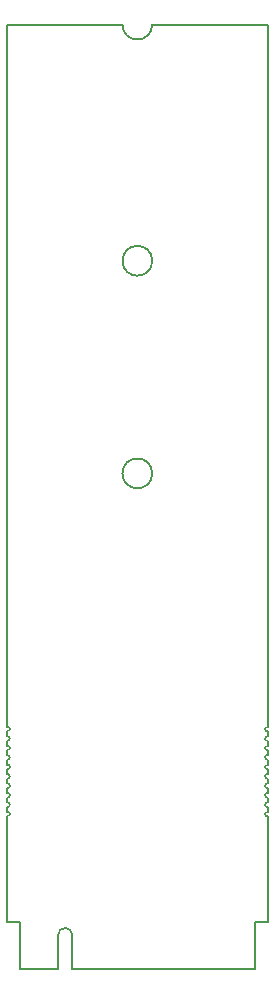
<source format=gbr>
G04 #@! TF.FileFunction,Profile,NP*
%FSLAX46Y46*%
G04 Gerber Fmt 4.6, Leading zero omitted, Abs format (unit mm)*
G04 Created by KiCad (PCBNEW 4.0.7) date 05/24/18 10:42:32*
%MOMM*%
%LPD*%
G01*
G04 APERTURE LIST*
%ADD10C,0.100000*%
%ADD11C,0.150000*%
G04 APERTURE END LIST*
D10*
D11*
X169890000Y-89560000D02*
X169890000Y-89160000D01*
X169890000Y-90360000D02*
X169890000Y-89960000D01*
X169890000Y-91160000D02*
X169890000Y-90760000D01*
X169890000Y-91960000D02*
X169890000Y-91560000D01*
X169890000Y-92760000D02*
X169890000Y-92360000D01*
X169890000Y-93560000D02*
X169890000Y-93160000D01*
X169890000Y-94360000D02*
X169890000Y-93960000D01*
X169890000Y-95160000D02*
X169890000Y-94760000D01*
X169890000Y-95960000D02*
X169890000Y-95560000D01*
X169890000Y-96760000D02*
X169890000Y-96360000D01*
X169890000Y-89560000D02*
G75*
G03X169890000Y-89960000I0J-200000D01*
G01*
X169890000Y-90360000D02*
G75*
G03X169890000Y-90760000I0J-200000D01*
G01*
X169890000Y-91160000D02*
G75*
G03X169890000Y-91560000I0J-200000D01*
G01*
X169890000Y-91960000D02*
G75*
G03X169890000Y-92360000I0J-200000D01*
G01*
X169890000Y-92760000D02*
G75*
G03X169890000Y-93160000I0J-200000D01*
G01*
X169890000Y-93560000D02*
G75*
G03X169890000Y-93960000I0J-200000D01*
G01*
X169890000Y-94360000D02*
G75*
G03X169890000Y-94760000I0J-200000D01*
G01*
X169890000Y-95160000D02*
G75*
G03X169890000Y-95560000I0J-200000D01*
G01*
X169890000Y-95960000D02*
G75*
G03X169890000Y-96360000I0J-200000D01*
G01*
X169890000Y-96760000D02*
G75*
G03X169890000Y-97160000I0J-200000D01*
G01*
X147870000Y-89560000D02*
X147870000Y-89160000D01*
X147870000Y-90360000D02*
X147870000Y-89960000D01*
X147870000Y-91160000D02*
X147870000Y-90760000D01*
X147870000Y-91960000D02*
X147870000Y-91560000D01*
X147870000Y-92760000D02*
X147870000Y-92360000D01*
X147870000Y-93560000D02*
X147870000Y-93160000D01*
X147870000Y-94360000D02*
X147870000Y-93960000D01*
X147870000Y-95160000D02*
X147870000Y-94760000D01*
X147870000Y-95960000D02*
X147870000Y-95560000D01*
X147870000Y-96760000D02*
X147870000Y-96360000D01*
X147870000Y-89960000D02*
G75*
G03X147870000Y-89560000I0J200000D01*
G01*
X147870000Y-90760000D02*
G75*
G03X147870000Y-90360000I0J200000D01*
G01*
X147870000Y-91560000D02*
G75*
G03X147870000Y-91160000I0J200000D01*
G01*
X147870000Y-92360000D02*
G75*
G03X147870000Y-91960000I0J200000D01*
G01*
X147870000Y-93160000D02*
G75*
G03X147870000Y-92760000I0J200000D01*
G01*
X147870000Y-93960000D02*
G75*
G03X147870000Y-93560000I0J200000D01*
G01*
X147870000Y-94760000D02*
G75*
G03X147870000Y-94360000I0J200000D01*
G01*
X147870000Y-95560000D02*
G75*
G03X147870000Y-95160000I0J200000D01*
G01*
X147870000Y-96360000D02*
G75*
G03X147870000Y-95960000I0J200000D01*
G01*
X147870000Y-97160000D02*
G75*
G03X147870000Y-96760000I0J200000D01*
G01*
X169890000Y-30110000D02*
X160130000Y-30110000D01*
X169890000Y-50110000D02*
X169890000Y-30110000D01*
X147870000Y-30110000D02*
X157610000Y-30110000D01*
X160130040Y-50110000D02*
G75*
G03X160130040Y-50110000I-1260040J0D01*
G01*
X160130040Y-68110000D02*
G75*
G03X160130040Y-68110000I-1260040J0D01*
G01*
X147870000Y-68110000D02*
X147870000Y-30110000D01*
X169890000Y-68110000D02*
X169890000Y-50110000D01*
X147870000Y-97160000D02*
X147870000Y-106110000D01*
X147870000Y-68110000D02*
X147870000Y-89160000D01*
X169890000Y-89160000D02*
X169890000Y-68110000D01*
X169890000Y-106110000D02*
X169890000Y-97160000D01*
X157610000Y-30110000D02*
G75*
G03X160130000Y-30110000I1260000J0D01*
G01*
X152150000Y-110110000D02*
X152150000Y-107200000D01*
X153370000Y-110110000D02*
X153370000Y-107200000D01*
X153370000Y-107210000D02*
G75*
G03X152150000Y-107210000I-610000J0D01*
G01*
X148950000Y-106110000D02*
X147870000Y-106110000D01*
X148950000Y-106120000D02*
X148950000Y-106110000D01*
X148950000Y-110110000D02*
X148950000Y-106120000D01*
X152150000Y-110110000D02*
X148950000Y-110110000D01*
X163890000Y-110110000D02*
X153370000Y-110110000D01*
X168810000Y-106110000D02*
X169890000Y-106110000D01*
X168810000Y-110110000D02*
X168810000Y-106110000D01*
X163890000Y-110110000D02*
X168810000Y-110110000D01*
M02*

</source>
